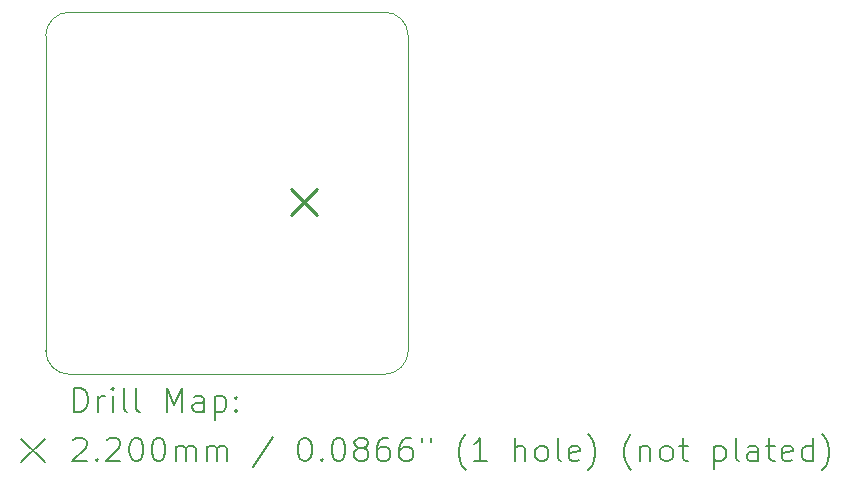
<source format=gbr>
%TF.GenerationSoftware,KiCad,Pcbnew,7.0.1*%
%TF.CreationDate,2023-07-17T03:26:54+02:00*%
%TF.ProjectId,RS485_interface,52533438-355f-4696-9e74-657266616365,2*%
%TF.SameCoordinates,Original*%
%TF.FileFunction,Drillmap*%
%TF.FilePolarity,Positive*%
%FSLAX45Y45*%
G04 Gerber Fmt 4.5, Leading zero omitted, Abs format (unit mm)*
G04 Created by KiCad (PCBNEW 7.0.1) date 2023-07-17 03:26:54*
%MOMM*%
%LPD*%
G01*
G04 APERTURE LIST*
%ADD10C,0.100000*%
%ADD11C,0.200000*%
%ADD12C,0.220000*%
G04 APERTURE END LIST*
D10*
X9410030Y-4613998D02*
X12080030Y-4613998D01*
X12280030Y-4813998D02*
X12280030Y-7478998D01*
X12080030Y-7678998D02*
G75*
G03*
X12280030Y-7478998I0J200000D01*
G01*
X12080030Y-7678998D02*
X9410030Y-7678998D01*
X9410030Y-4613998D02*
G75*
G03*
X9210030Y-4813998I0J-200000D01*
G01*
X12280030Y-4813998D02*
G75*
G03*
X12080030Y-4613998I-200000J0D01*
G01*
X9210030Y-7478998D02*
X9210030Y-4813998D01*
X9210030Y-7478998D02*
G75*
G03*
X9410030Y-7678998I200000J0D01*
G01*
D11*
D12*
X11284000Y-6111792D02*
X11504000Y-6331792D01*
X11504000Y-6111792D02*
X11284000Y-6331792D01*
D11*
X9452649Y-7996522D02*
X9452649Y-7796522D01*
X9452649Y-7796522D02*
X9500268Y-7796522D01*
X9500268Y-7796522D02*
X9528840Y-7806045D01*
X9528840Y-7806045D02*
X9547887Y-7825093D01*
X9547887Y-7825093D02*
X9557411Y-7844141D01*
X9557411Y-7844141D02*
X9566935Y-7882236D01*
X9566935Y-7882236D02*
X9566935Y-7910807D01*
X9566935Y-7910807D02*
X9557411Y-7948902D01*
X9557411Y-7948902D02*
X9547887Y-7967950D01*
X9547887Y-7967950D02*
X9528840Y-7986998D01*
X9528840Y-7986998D02*
X9500268Y-7996522D01*
X9500268Y-7996522D02*
X9452649Y-7996522D01*
X9652649Y-7996522D02*
X9652649Y-7863188D01*
X9652649Y-7901283D02*
X9662173Y-7882236D01*
X9662173Y-7882236D02*
X9671697Y-7872712D01*
X9671697Y-7872712D02*
X9690744Y-7863188D01*
X9690744Y-7863188D02*
X9709792Y-7863188D01*
X9776459Y-7996522D02*
X9776459Y-7863188D01*
X9776459Y-7796522D02*
X9766935Y-7806045D01*
X9766935Y-7806045D02*
X9776459Y-7815569D01*
X9776459Y-7815569D02*
X9785982Y-7806045D01*
X9785982Y-7806045D02*
X9776459Y-7796522D01*
X9776459Y-7796522D02*
X9776459Y-7815569D01*
X9900268Y-7996522D02*
X9881221Y-7986998D01*
X9881221Y-7986998D02*
X9871697Y-7967950D01*
X9871697Y-7967950D02*
X9871697Y-7796522D01*
X10005030Y-7996522D02*
X9985982Y-7986998D01*
X9985982Y-7986998D02*
X9976459Y-7967950D01*
X9976459Y-7967950D02*
X9976459Y-7796522D01*
X10233602Y-7996522D02*
X10233602Y-7796522D01*
X10233602Y-7796522D02*
X10300268Y-7939379D01*
X10300268Y-7939379D02*
X10366935Y-7796522D01*
X10366935Y-7796522D02*
X10366935Y-7996522D01*
X10547887Y-7996522D02*
X10547887Y-7891760D01*
X10547887Y-7891760D02*
X10538363Y-7872712D01*
X10538363Y-7872712D02*
X10519316Y-7863188D01*
X10519316Y-7863188D02*
X10481221Y-7863188D01*
X10481221Y-7863188D02*
X10462173Y-7872712D01*
X10547887Y-7986998D02*
X10528840Y-7996522D01*
X10528840Y-7996522D02*
X10481221Y-7996522D01*
X10481221Y-7996522D02*
X10462173Y-7986998D01*
X10462173Y-7986998D02*
X10452649Y-7967950D01*
X10452649Y-7967950D02*
X10452649Y-7948902D01*
X10452649Y-7948902D02*
X10462173Y-7929855D01*
X10462173Y-7929855D02*
X10481221Y-7920331D01*
X10481221Y-7920331D02*
X10528840Y-7920331D01*
X10528840Y-7920331D02*
X10547887Y-7910807D01*
X10643125Y-7863188D02*
X10643125Y-8063188D01*
X10643125Y-7872712D02*
X10662173Y-7863188D01*
X10662173Y-7863188D02*
X10700268Y-7863188D01*
X10700268Y-7863188D02*
X10719316Y-7872712D01*
X10719316Y-7872712D02*
X10728840Y-7882236D01*
X10728840Y-7882236D02*
X10738363Y-7901283D01*
X10738363Y-7901283D02*
X10738363Y-7958426D01*
X10738363Y-7958426D02*
X10728840Y-7977474D01*
X10728840Y-7977474D02*
X10719316Y-7986998D01*
X10719316Y-7986998D02*
X10700268Y-7996522D01*
X10700268Y-7996522D02*
X10662173Y-7996522D01*
X10662173Y-7996522D02*
X10643125Y-7986998D01*
X10824078Y-7977474D02*
X10833602Y-7986998D01*
X10833602Y-7986998D02*
X10824078Y-7996522D01*
X10824078Y-7996522D02*
X10814554Y-7986998D01*
X10814554Y-7986998D02*
X10824078Y-7977474D01*
X10824078Y-7977474D02*
X10824078Y-7996522D01*
X10824078Y-7872712D02*
X10833602Y-7882236D01*
X10833602Y-7882236D02*
X10824078Y-7891760D01*
X10824078Y-7891760D02*
X10814554Y-7882236D01*
X10814554Y-7882236D02*
X10824078Y-7872712D01*
X10824078Y-7872712D02*
X10824078Y-7891760D01*
X9005030Y-8223998D02*
X9205030Y-8423998D01*
X9205030Y-8223998D02*
X9005030Y-8423998D01*
X9443125Y-8235569D02*
X9452649Y-8226045D01*
X9452649Y-8226045D02*
X9471697Y-8216522D01*
X9471697Y-8216522D02*
X9519316Y-8216522D01*
X9519316Y-8216522D02*
X9538363Y-8226045D01*
X9538363Y-8226045D02*
X9547887Y-8235569D01*
X9547887Y-8235569D02*
X9557411Y-8254617D01*
X9557411Y-8254617D02*
X9557411Y-8273664D01*
X9557411Y-8273664D02*
X9547887Y-8302236D01*
X9547887Y-8302236D02*
X9433602Y-8416522D01*
X9433602Y-8416522D02*
X9557411Y-8416522D01*
X9643125Y-8397474D02*
X9652649Y-8406998D01*
X9652649Y-8406998D02*
X9643125Y-8416522D01*
X9643125Y-8416522D02*
X9633602Y-8406998D01*
X9633602Y-8406998D02*
X9643125Y-8397474D01*
X9643125Y-8397474D02*
X9643125Y-8416522D01*
X9728840Y-8235569D02*
X9738363Y-8226045D01*
X9738363Y-8226045D02*
X9757411Y-8216522D01*
X9757411Y-8216522D02*
X9805030Y-8216522D01*
X9805030Y-8216522D02*
X9824078Y-8226045D01*
X9824078Y-8226045D02*
X9833602Y-8235569D01*
X9833602Y-8235569D02*
X9843125Y-8254617D01*
X9843125Y-8254617D02*
X9843125Y-8273664D01*
X9843125Y-8273664D02*
X9833602Y-8302236D01*
X9833602Y-8302236D02*
X9719316Y-8416522D01*
X9719316Y-8416522D02*
X9843125Y-8416522D01*
X9966935Y-8216522D02*
X9985983Y-8216522D01*
X9985983Y-8216522D02*
X10005030Y-8226045D01*
X10005030Y-8226045D02*
X10014554Y-8235569D01*
X10014554Y-8235569D02*
X10024078Y-8254617D01*
X10024078Y-8254617D02*
X10033602Y-8292712D01*
X10033602Y-8292712D02*
X10033602Y-8340331D01*
X10033602Y-8340331D02*
X10024078Y-8378426D01*
X10024078Y-8378426D02*
X10014554Y-8397474D01*
X10014554Y-8397474D02*
X10005030Y-8406998D01*
X10005030Y-8406998D02*
X9985983Y-8416522D01*
X9985983Y-8416522D02*
X9966935Y-8416522D01*
X9966935Y-8416522D02*
X9947887Y-8406998D01*
X9947887Y-8406998D02*
X9938363Y-8397474D01*
X9938363Y-8397474D02*
X9928840Y-8378426D01*
X9928840Y-8378426D02*
X9919316Y-8340331D01*
X9919316Y-8340331D02*
X9919316Y-8292712D01*
X9919316Y-8292712D02*
X9928840Y-8254617D01*
X9928840Y-8254617D02*
X9938363Y-8235569D01*
X9938363Y-8235569D02*
X9947887Y-8226045D01*
X9947887Y-8226045D02*
X9966935Y-8216522D01*
X10157411Y-8216522D02*
X10176459Y-8216522D01*
X10176459Y-8216522D02*
X10195506Y-8226045D01*
X10195506Y-8226045D02*
X10205030Y-8235569D01*
X10205030Y-8235569D02*
X10214554Y-8254617D01*
X10214554Y-8254617D02*
X10224078Y-8292712D01*
X10224078Y-8292712D02*
X10224078Y-8340331D01*
X10224078Y-8340331D02*
X10214554Y-8378426D01*
X10214554Y-8378426D02*
X10205030Y-8397474D01*
X10205030Y-8397474D02*
X10195506Y-8406998D01*
X10195506Y-8406998D02*
X10176459Y-8416522D01*
X10176459Y-8416522D02*
X10157411Y-8416522D01*
X10157411Y-8416522D02*
X10138363Y-8406998D01*
X10138363Y-8406998D02*
X10128840Y-8397474D01*
X10128840Y-8397474D02*
X10119316Y-8378426D01*
X10119316Y-8378426D02*
X10109792Y-8340331D01*
X10109792Y-8340331D02*
X10109792Y-8292712D01*
X10109792Y-8292712D02*
X10119316Y-8254617D01*
X10119316Y-8254617D02*
X10128840Y-8235569D01*
X10128840Y-8235569D02*
X10138363Y-8226045D01*
X10138363Y-8226045D02*
X10157411Y-8216522D01*
X10309792Y-8416522D02*
X10309792Y-8283188D01*
X10309792Y-8302236D02*
X10319316Y-8292712D01*
X10319316Y-8292712D02*
X10338363Y-8283188D01*
X10338363Y-8283188D02*
X10366935Y-8283188D01*
X10366935Y-8283188D02*
X10385983Y-8292712D01*
X10385983Y-8292712D02*
X10395506Y-8311760D01*
X10395506Y-8311760D02*
X10395506Y-8416522D01*
X10395506Y-8311760D02*
X10405030Y-8292712D01*
X10405030Y-8292712D02*
X10424078Y-8283188D01*
X10424078Y-8283188D02*
X10452649Y-8283188D01*
X10452649Y-8283188D02*
X10471697Y-8292712D01*
X10471697Y-8292712D02*
X10481221Y-8311760D01*
X10481221Y-8311760D02*
X10481221Y-8416522D01*
X10576459Y-8416522D02*
X10576459Y-8283188D01*
X10576459Y-8302236D02*
X10585983Y-8292712D01*
X10585983Y-8292712D02*
X10605030Y-8283188D01*
X10605030Y-8283188D02*
X10633602Y-8283188D01*
X10633602Y-8283188D02*
X10652649Y-8292712D01*
X10652649Y-8292712D02*
X10662173Y-8311760D01*
X10662173Y-8311760D02*
X10662173Y-8416522D01*
X10662173Y-8311760D02*
X10671697Y-8292712D01*
X10671697Y-8292712D02*
X10690744Y-8283188D01*
X10690744Y-8283188D02*
X10719316Y-8283188D01*
X10719316Y-8283188D02*
X10738364Y-8292712D01*
X10738364Y-8292712D02*
X10747887Y-8311760D01*
X10747887Y-8311760D02*
X10747887Y-8416522D01*
X11138364Y-8206998D02*
X10966935Y-8464141D01*
X11395506Y-8216522D02*
X11414554Y-8216522D01*
X11414554Y-8216522D02*
X11433602Y-8226045D01*
X11433602Y-8226045D02*
X11443125Y-8235569D01*
X11443125Y-8235569D02*
X11452649Y-8254617D01*
X11452649Y-8254617D02*
X11462173Y-8292712D01*
X11462173Y-8292712D02*
X11462173Y-8340331D01*
X11462173Y-8340331D02*
X11452649Y-8378426D01*
X11452649Y-8378426D02*
X11443125Y-8397474D01*
X11443125Y-8397474D02*
X11433602Y-8406998D01*
X11433602Y-8406998D02*
X11414554Y-8416522D01*
X11414554Y-8416522D02*
X11395506Y-8416522D01*
X11395506Y-8416522D02*
X11376459Y-8406998D01*
X11376459Y-8406998D02*
X11366935Y-8397474D01*
X11366935Y-8397474D02*
X11357411Y-8378426D01*
X11357411Y-8378426D02*
X11347887Y-8340331D01*
X11347887Y-8340331D02*
X11347887Y-8292712D01*
X11347887Y-8292712D02*
X11357411Y-8254617D01*
X11357411Y-8254617D02*
X11366935Y-8235569D01*
X11366935Y-8235569D02*
X11376459Y-8226045D01*
X11376459Y-8226045D02*
X11395506Y-8216522D01*
X11547887Y-8397474D02*
X11557411Y-8406998D01*
X11557411Y-8406998D02*
X11547887Y-8416522D01*
X11547887Y-8416522D02*
X11538364Y-8406998D01*
X11538364Y-8406998D02*
X11547887Y-8397474D01*
X11547887Y-8397474D02*
X11547887Y-8416522D01*
X11681221Y-8216522D02*
X11700268Y-8216522D01*
X11700268Y-8216522D02*
X11719316Y-8226045D01*
X11719316Y-8226045D02*
X11728840Y-8235569D01*
X11728840Y-8235569D02*
X11738364Y-8254617D01*
X11738364Y-8254617D02*
X11747887Y-8292712D01*
X11747887Y-8292712D02*
X11747887Y-8340331D01*
X11747887Y-8340331D02*
X11738364Y-8378426D01*
X11738364Y-8378426D02*
X11728840Y-8397474D01*
X11728840Y-8397474D02*
X11719316Y-8406998D01*
X11719316Y-8406998D02*
X11700268Y-8416522D01*
X11700268Y-8416522D02*
X11681221Y-8416522D01*
X11681221Y-8416522D02*
X11662173Y-8406998D01*
X11662173Y-8406998D02*
X11652649Y-8397474D01*
X11652649Y-8397474D02*
X11643125Y-8378426D01*
X11643125Y-8378426D02*
X11633602Y-8340331D01*
X11633602Y-8340331D02*
X11633602Y-8292712D01*
X11633602Y-8292712D02*
X11643125Y-8254617D01*
X11643125Y-8254617D02*
X11652649Y-8235569D01*
X11652649Y-8235569D02*
X11662173Y-8226045D01*
X11662173Y-8226045D02*
X11681221Y-8216522D01*
X11862173Y-8302236D02*
X11843125Y-8292712D01*
X11843125Y-8292712D02*
X11833602Y-8283188D01*
X11833602Y-8283188D02*
X11824078Y-8264141D01*
X11824078Y-8264141D02*
X11824078Y-8254617D01*
X11824078Y-8254617D02*
X11833602Y-8235569D01*
X11833602Y-8235569D02*
X11843125Y-8226045D01*
X11843125Y-8226045D02*
X11862173Y-8216522D01*
X11862173Y-8216522D02*
X11900268Y-8216522D01*
X11900268Y-8216522D02*
X11919316Y-8226045D01*
X11919316Y-8226045D02*
X11928840Y-8235569D01*
X11928840Y-8235569D02*
X11938364Y-8254617D01*
X11938364Y-8254617D02*
X11938364Y-8264141D01*
X11938364Y-8264141D02*
X11928840Y-8283188D01*
X11928840Y-8283188D02*
X11919316Y-8292712D01*
X11919316Y-8292712D02*
X11900268Y-8302236D01*
X11900268Y-8302236D02*
X11862173Y-8302236D01*
X11862173Y-8302236D02*
X11843125Y-8311760D01*
X11843125Y-8311760D02*
X11833602Y-8321283D01*
X11833602Y-8321283D02*
X11824078Y-8340331D01*
X11824078Y-8340331D02*
X11824078Y-8378426D01*
X11824078Y-8378426D02*
X11833602Y-8397474D01*
X11833602Y-8397474D02*
X11843125Y-8406998D01*
X11843125Y-8406998D02*
X11862173Y-8416522D01*
X11862173Y-8416522D02*
X11900268Y-8416522D01*
X11900268Y-8416522D02*
X11919316Y-8406998D01*
X11919316Y-8406998D02*
X11928840Y-8397474D01*
X11928840Y-8397474D02*
X11938364Y-8378426D01*
X11938364Y-8378426D02*
X11938364Y-8340331D01*
X11938364Y-8340331D02*
X11928840Y-8321283D01*
X11928840Y-8321283D02*
X11919316Y-8311760D01*
X11919316Y-8311760D02*
X11900268Y-8302236D01*
X12109792Y-8216522D02*
X12071697Y-8216522D01*
X12071697Y-8216522D02*
X12052649Y-8226045D01*
X12052649Y-8226045D02*
X12043125Y-8235569D01*
X12043125Y-8235569D02*
X12024078Y-8264141D01*
X12024078Y-8264141D02*
X12014554Y-8302236D01*
X12014554Y-8302236D02*
X12014554Y-8378426D01*
X12014554Y-8378426D02*
X12024078Y-8397474D01*
X12024078Y-8397474D02*
X12033602Y-8406998D01*
X12033602Y-8406998D02*
X12052649Y-8416522D01*
X12052649Y-8416522D02*
X12090745Y-8416522D01*
X12090745Y-8416522D02*
X12109792Y-8406998D01*
X12109792Y-8406998D02*
X12119316Y-8397474D01*
X12119316Y-8397474D02*
X12128840Y-8378426D01*
X12128840Y-8378426D02*
X12128840Y-8330807D01*
X12128840Y-8330807D02*
X12119316Y-8311760D01*
X12119316Y-8311760D02*
X12109792Y-8302236D01*
X12109792Y-8302236D02*
X12090745Y-8292712D01*
X12090745Y-8292712D02*
X12052649Y-8292712D01*
X12052649Y-8292712D02*
X12033602Y-8302236D01*
X12033602Y-8302236D02*
X12024078Y-8311760D01*
X12024078Y-8311760D02*
X12014554Y-8330807D01*
X12300268Y-8216522D02*
X12262173Y-8216522D01*
X12262173Y-8216522D02*
X12243125Y-8226045D01*
X12243125Y-8226045D02*
X12233602Y-8235569D01*
X12233602Y-8235569D02*
X12214554Y-8264141D01*
X12214554Y-8264141D02*
X12205030Y-8302236D01*
X12205030Y-8302236D02*
X12205030Y-8378426D01*
X12205030Y-8378426D02*
X12214554Y-8397474D01*
X12214554Y-8397474D02*
X12224078Y-8406998D01*
X12224078Y-8406998D02*
X12243125Y-8416522D01*
X12243125Y-8416522D02*
X12281221Y-8416522D01*
X12281221Y-8416522D02*
X12300268Y-8406998D01*
X12300268Y-8406998D02*
X12309792Y-8397474D01*
X12309792Y-8397474D02*
X12319316Y-8378426D01*
X12319316Y-8378426D02*
X12319316Y-8330807D01*
X12319316Y-8330807D02*
X12309792Y-8311760D01*
X12309792Y-8311760D02*
X12300268Y-8302236D01*
X12300268Y-8302236D02*
X12281221Y-8292712D01*
X12281221Y-8292712D02*
X12243125Y-8292712D01*
X12243125Y-8292712D02*
X12224078Y-8302236D01*
X12224078Y-8302236D02*
X12214554Y-8311760D01*
X12214554Y-8311760D02*
X12205030Y-8330807D01*
X12395506Y-8216522D02*
X12395506Y-8254617D01*
X12471697Y-8216522D02*
X12471697Y-8254617D01*
X12766935Y-8492712D02*
X12757411Y-8483188D01*
X12757411Y-8483188D02*
X12738364Y-8454617D01*
X12738364Y-8454617D02*
X12728840Y-8435569D01*
X12728840Y-8435569D02*
X12719316Y-8406998D01*
X12719316Y-8406998D02*
X12709792Y-8359379D01*
X12709792Y-8359379D02*
X12709792Y-8321283D01*
X12709792Y-8321283D02*
X12719316Y-8273664D01*
X12719316Y-8273664D02*
X12728840Y-8245093D01*
X12728840Y-8245093D02*
X12738364Y-8226045D01*
X12738364Y-8226045D02*
X12757411Y-8197474D01*
X12757411Y-8197474D02*
X12766935Y-8187950D01*
X12947887Y-8416522D02*
X12833602Y-8416522D01*
X12890745Y-8416522D02*
X12890745Y-8216522D01*
X12890745Y-8216522D02*
X12871697Y-8245093D01*
X12871697Y-8245093D02*
X12852649Y-8264141D01*
X12852649Y-8264141D02*
X12833602Y-8273664D01*
X13185983Y-8416522D02*
X13185983Y-8216522D01*
X13271697Y-8416522D02*
X13271697Y-8311760D01*
X13271697Y-8311760D02*
X13262173Y-8292712D01*
X13262173Y-8292712D02*
X13243126Y-8283188D01*
X13243126Y-8283188D02*
X13214554Y-8283188D01*
X13214554Y-8283188D02*
X13195507Y-8292712D01*
X13195507Y-8292712D02*
X13185983Y-8302236D01*
X13395507Y-8416522D02*
X13376459Y-8406998D01*
X13376459Y-8406998D02*
X13366935Y-8397474D01*
X13366935Y-8397474D02*
X13357411Y-8378426D01*
X13357411Y-8378426D02*
X13357411Y-8321283D01*
X13357411Y-8321283D02*
X13366935Y-8302236D01*
X13366935Y-8302236D02*
X13376459Y-8292712D01*
X13376459Y-8292712D02*
X13395507Y-8283188D01*
X13395507Y-8283188D02*
X13424078Y-8283188D01*
X13424078Y-8283188D02*
X13443126Y-8292712D01*
X13443126Y-8292712D02*
X13452649Y-8302236D01*
X13452649Y-8302236D02*
X13462173Y-8321283D01*
X13462173Y-8321283D02*
X13462173Y-8378426D01*
X13462173Y-8378426D02*
X13452649Y-8397474D01*
X13452649Y-8397474D02*
X13443126Y-8406998D01*
X13443126Y-8406998D02*
X13424078Y-8416522D01*
X13424078Y-8416522D02*
X13395507Y-8416522D01*
X13576459Y-8416522D02*
X13557411Y-8406998D01*
X13557411Y-8406998D02*
X13547888Y-8387950D01*
X13547888Y-8387950D02*
X13547888Y-8216522D01*
X13728840Y-8406998D02*
X13709792Y-8416522D01*
X13709792Y-8416522D02*
X13671697Y-8416522D01*
X13671697Y-8416522D02*
X13652649Y-8406998D01*
X13652649Y-8406998D02*
X13643126Y-8387950D01*
X13643126Y-8387950D02*
X13643126Y-8311760D01*
X13643126Y-8311760D02*
X13652649Y-8292712D01*
X13652649Y-8292712D02*
X13671697Y-8283188D01*
X13671697Y-8283188D02*
X13709792Y-8283188D01*
X13709792Y-8283188D02*
X13728840Y-8292712D01*
X13728840Y-8292712D02*
X13738364Y-8311760D01*
X13738364Y-8311760D02*
X13738364Y-8330807D01*
X13738364Y-8330807D02*
X13643126Y-8349855D01*
X13805030Y-8492712D02*
X13814554Y-8483188D01*
X13814554Y-8483188D02*
X13833602Y-8454617D01*
X13833602Y-8454617D02*
X13843126Y-8435569D01*
X13843126Y-8435569D02*
X13852649Y-8406998D01*
X13852649Y-8406998D02*
X13862173Y-8359379D01*
X13862173Y-8359379D02*
X13862173Y-8321283D01*
X13862173Y-8321283D02*
X13852649Y-8273664D01*
X13852649Y-8273664D02*
X13843126Y-8245093D01*
X13843126Y-8245093D02*
X13833602Y-8226045D01*
X13833602Y-8226045D02*
X13814554Y-8197474D01*
X13814554Y-8197474D02*
X13805030Y-8187950D01*
X14166935Y-8492712D02*
X14157411Y-8483188D01*
X14157411Y-8483188D02*
X14138364Y-8454617D01*
X14138364Y-8454617D02*
X14128840Y-8435569D01*
X14128840Y-8435569D02*
X14119316Y-8406998D01*
X14119316Y-8406998D02*
X14109792Y-8359379D01*
X14109792Y-8359379D02*
X14109792Y-8321283D01*
X14109792Y-8321283D02*
X14119316Y-8273664D01*
X14119316Y-8273664D02*
X14128840Y-8245093D01*
X14128840Y-8245093D02*
X14138364Y-8226045D01*
X14138364Y-8226045D02*
X14157411Y-8197474D01*
X14157411Y-8197474D02*
X14166935Y-8187950D01*
X14243126Y-8283188D02*
X14243126Y-8416522D01*
X14243126Y-8302236D02*
X14252649Y-8292712D01*
X14252649Y-8292712D02*
X14271697Y-8283188D01*
X14271697Y-8283188D02*
X14300269Y-8283188D01*
X14300269Y-8283188D02*
X14319316Y-8292712D01*
X14319316Y-8292712D02*
X14328840Y-8311760D01*
X14328840Y-8311760D02*
X14328840Y-8416522D01*
X14452649Y-8416522D02*
X14433602Y-8406998D01*
X14433602Y-8406998D02*
X14424078Y-8397474D01*
X14424078Y-8397474D02*
X14414554Y-8378426D01*
X14414554Y-8378426D02*
X14414554Y-8321283D01*
X14414554Y-8321283D02*
X14424078Y-8302236D01*
X14424078Y-8302236D02*
X14433602Y-8292712D01*
X14433602Y-8292712D02*
X14452649Y-8283188D01*
X14452649Y-8283188D02*
X14481221Y-8283188D01*
X14481221Y-8283188D02*
X14500269Y-8292712D01*
X14500269Y-8292712D02*
X14509792Y-8302236D01*
X14509792Y-8302236D02*
X14519316Y-8321283D01*
X14519316Y-8321283D02*
X14519316Y-8378426D01*
X14519316Y-8378426D02*
X14509792Y-8397474D01*
X14509792Y-8397474D02*
X14500269Y-8406998D01*
X14500269Y-8406998D02*
X14481221Y-8416522D01*
X14481221Y-8416522D02*
X14452649Y-8416522D01*
X14576459Y-8283188D02*
X14652649Y-8283188D01*
X14605030Y-8216522D02*
X14605030Y-8387950D01*
X14605030Y-8387950D02*
X14614554Y-8406998D01*
X14614554Y-8406998D02*
X14633602Y-8416522D01*
X14633602Y-8416522D02*
X14652649Y-8416522D01*
X14871697Y-8283188D02*
X14871697Y-8483188D01*
X14871697Y-8292712D02*
X14890745Y-8283188D01*
X14890745Y-8283188D02*
X14928840Y-8283188D01*
X14928840Y-8283188D02*
X14947888Y-8292712D01*
X14947888Y-8292712D02*
X14957411Y-8302236D01*
X14957411Y-8302236D02*
X14966935Y-8321283D01*
X14966935Y-8321283D02*
X14966935Y-8378426D01*
X14966935Y-8378426D02*
X14957411Y-8397474D01*
X14957411Y-8397474D02*
X14947888Y-8406998D01*
X14947888Y-8406998D02*
X14928840Y-8416522D01*
X14928840Y-8416522D02*
X14890745Y-8416522D01*
X14890745Y-8416522D02*
X14871697Y-8406998D01*
X15081221Y-8416522D02*
X15062173Y-8406998D01*
X15062173Y-8406998D02*
X15052650Y-8387950D01*
X15052650Y-8387950D02*
X15052650Y-8216522D01*
X15243126Y-8416522D02*
X15243126Y-8311760D01*
X15243126Y-8311760D02*
X15233602Y-8292712D01*
X15233602Y-8292712D02*
X15214554Y-8283188D01*
X15214554Y-8283188D02*
X15176459Y-8283188D01*
X15176459Y-8283188D02*
X15157411Y-8292712D01*
X15243126Y-8406998D02*
X15224078Y-8416522D01*
X15224078Y-8416522D02*
X15176459Y-8416522D01*
X15176459Y-8416522D02*
X15157411Y-8406998D01*
X15157411Y-8406998D02*
X15147888Y-8387950D01*
X15147888Y-8387950D02*
X15147888Y-8368902D01*
X15147888Y-8368902D02*
X15157411Y-8349855D01*
X15157411Y-8349855D02*
X15176459Y-8340331D01*
X15176459Y-8340331D02*
X15224078Y-8340331D01*
X15224078Y-8340331D02*
X15243126Y-8330807D01*
X15309792Y-8283188D02*
X15385983Y-8283188D01*
X15338364Y-8216522D02*
X15338364Y-8387950D01*
X15338364Y-8387950D02*
X15347888Y-8406998D01*
X15347888Y-8406998D02*
X15366935Y-8416522D01*
X15366935Y-8416522D02*
X15385983Y-8416522D01*
X15528840Y-8406998D02*
X15509792Y-8416522D01*
X15509792Y-8416522D02*
X15471697Y-8416522D01*
X15471697Y-8416522D02*
X15452650Y-8406998D01*
X15452650Y-8406998D02*
X15443126Y-8387950D01*
X15443126Y-8387950D02*
X15443126Y-8311760D01*
X15443126Y-8311760D02*
X15452650Y-8292712D01*
X15452650Y-8292712D02*
X15471697Y-8283188D01*
X15471697Y-8283188D02*
X15509792Y-8283188D01*
X15509792Y-8283188D02*
X15528840Y-8292712D01*
X15528840Y-8292712D02*
X15538364Y-8311760D01*
X15538364Y-8311760D02*
X15538364Y-8330807D01*
X15538364Y-8330807D02*
X15443126Y-8349855D01*
X15709792Y-8416522D02*
X15709792Y-8216522D01*
X15709792Y-8406998D02*
X15690745Y-8416522D01*
X15690745Y-8416522D02*
X15652650Y-8416522D01*
X15652650Y-8416522D02*
X15633602Y-8406998D01*
X15633602Y-8406998D02*
X15624078Y-8397474D01*
X15624078Y-8397474D02*
X15614554Y-8378426D01*
X15614554Y-8378426D02*
X15614554Y-8321283D01*
X15614554Y-8321283D02*
X15624078Y-8302236D01*
X15624078Y-8302236D02*
X15633602Y-8292712D01*
X15633602Y-8292712D02*
X15652650Y-8283188D01*
X15652650Y-8283188D02*
X15690745Y-8283188D01*
X15690745Y-8283188D02*
X15709792Y-8292712D01*
X15785983Y-8492712D02*
X15795507Y-8483188D01*
X15795507Y-8483188D02*
X15814554Y-8454617D01*
X15814554Y-8454617D02*
X15824078Y-8435569D01*
X15824078Y-8435569D02*
X15833602Y-8406998D01*
X15833602Y-8406998D02*
X15843126Y-8359379D01*
X15843126Y-8359379D02*
X15843126Y-8321283D01*
X15843126Y-8321283D02*
X15833602Y-8273664D01*
X15833602Y-8273664D02*
X15824078Y-8245093D01*
X15824078Y-8245093D02*
X15814554Y-8226045D01*
X15814554Y-8226045D02*
X15795507Y-8197474D01*
X15795507Y-8197474D02*
X15785983Y-8187950D01*
M02*

</source>
